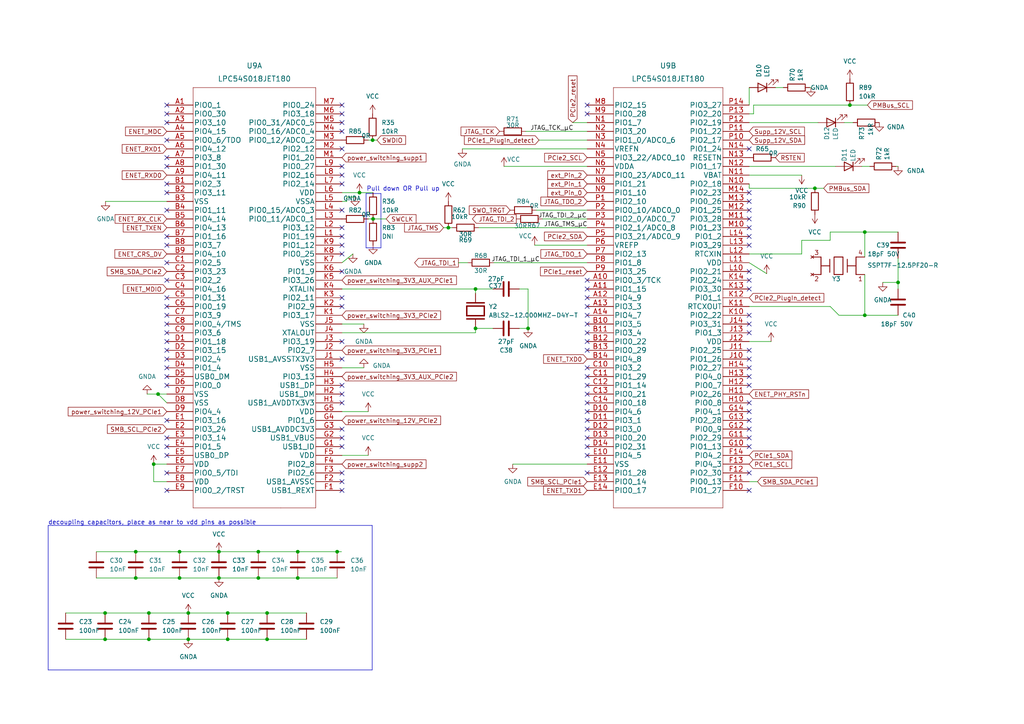
<source format=kicad_sch>
(kicad_sch (version 20230121) (generator eeschema)
  (paper "A4")
  (title_block (title "Micro Controller"))
  (junction (at 250.825 91.44))
  (junction (at 30.48 185.42))
  (junction (at 54.61 185.42))
  (junction (at 74.93 160.02))
  (junction (at 63.5 167.64))
  (junction (at 77.47 185.42))
  (junction (at 236.347 54.61))
  (junction (at 66.04 177.8))
  (junction (at 104.267 55.88))
  (junction (at 97.79 160.02))
  (junction (at 153.162 95.25))
  (junction (at 63.5 160.02))
  (junction (at 30.48 177.8))
  (junction (at 66.04 185.42))
  (junction (at 39.37 160.02))
  (junction (at 43.18 185.42))
  (junction (at 137.922 83.82))
  (junction (at 39.37 167.64))
  (junction (at 86.36 160.02))
  (junction (at 44.577 134.62))
  (junction (at 54.61 177.8))
  (junction (at 137.922 95.25))
  (junction (at 246.507 30.48))
  (junction (at 52.07 167.64))
  (junction (at 52.07 160.02))
  (junction (at 77.47 177.8))
  (junction (at 130.048 66.04))
  (junction (at 108.077 40.64))
  (junction (at 45.847 114.3))
  (junction (at 260.477 81.915))
  (junction (at 108.204 63.5))
  (junction (at 86.36 167.64))
  (junction (at 250.825 67.31))
  (junction (at 74.93 167.64))
  (junction (at 43.18 177.8))
  (no_connect (at 99.187 30.48))
  (no_connect (at 99.187 33.02))
  (no_connect (at 99.187 48.26))
  (no_connect (at 99.187 66.04))
  (no_connect (at 99.187 68.58))
  (no_connect (at 99.187 71.12))
  (no_connect (at 99.187 60.96))
  (no_connect (at 217.297 124.46))
  (no_connect (at 170.307 83.82))
  (no_connect (at 170.307 86.36))
  (no_connect (at 217.297 129.54))
  (no_connect (at 99.187 116.84))
  (no_connect (at 217.297 109.22))
  (no_connect (at 48.387 68.58))
  (no_connect (at 48.387 71.12))
  (no_connect (at 48.387 55.88))
  (no_connect (at 48.387 53.34))
  (no_connect (at 48.387 48.26))
  (no_connect (at 48.387 45.72))
  (no_connect (at 48.387 60.96))
  (no_connect (at 48.387 40.64))
  (no_connect (at 48.387 33.02))
  (no_connect (at 48.387 35.56))
  (no_connect (at 48.387 30.48))
  (no_connect (at 170.307 114.3))
  (no_connect (at 170.307 111.76))
  (no_connect (at 99.187 139.7))
  (no_connect (at 99.187 88.9))
  (no_connect (at 99.187 86.36))
  (no_connect (at 99.187 104.14))
  (no_connect (at 170.307 124.46))
  (no_connect (at 99.187 99.06))
  (no_connect (at 99.187 137.16))
  (no_connect (at 48.387 137.16))
  (no_connect (at 48.387 142.24))
  (no_connect (at 48.387 111.76))
  (no_connect (at 48.387 121.92))
  (no_connect (at 48.387 127))
  (no_connect (at 48.387 129.54))
  (no_connect (at 48.387 132.08))
  (no_connect (at 99.187 78.74))
  (no_connect (at 99.187 111.76))
  (no_connect (at 170.307 99.06))
  (no_connect (at 48.387 109.22))
  (no_connect (at 217.297 106.68))
  (no_connect (at 170.307 116.84))
  (no_connect (at 99.187 129.54))
  (no_connect (at 48.387 101.6))
  (no_connect (at 170.307 91.44))
  (no_connect (at 170.307 30.48))
  (no_connect (at 170.307 88.9))
  (no_connect (at 99.187 142.24))
  (no_connect (at 217.297 71.12))
  (no_connect (at 217.297 68.58))
  (no_connect (at 217.297 66.04))
  (no_connect (at 217.297 43.18))
  (no_connect (at 217.297 137.16))
  (no_connect (at 217.297 111.76))
  (no_connect (at 217.297 121.92))
  (no_connect (at 217.297 119.38))
  (no_connect (at 217.297 116.84))
  (no_connect (at 217.297 96.52))
  (no_connect (at 217.297 93.98))
  (no_connect (at 217.297 78.74))
  (no_connect (at 217.297 91.44))
  (no_connect (at 217.297 101.6))
  (no_connect (at 217.297 104.14))
  (no_connect (at 48.387 104.14))
  (no_connect (at 99.187 43.18))
  (no_connect (at 48.387 76.2))
  (no_connect (at 48.387 81.28))
  (no_connect (at 48.387 96.52))
  (no_connect (at 48.387 93.98))
  (no_connect (at 48.387 91.44))
  (no_connect (at 48.387 88.9))
  (no_connect (at 48.387 86.36))
  (no_connect (at 170.307 81.28))
  (no_connect (at 170.307 109.22))
  (no_connect (at 217.297 63.5))
  (no_connect (at 48.387 106.68))
  (no_connect (at 170.307 96.52))
  (no_connect (at 99.187 114.3))
  (no_connect (at 170.307 101.6))
  (no_connect (at 99.187 127))
  (no_connect (at 99.187 73.66))
  (no_connect (at 217.297 60.96))
  (no_connect (at 170.307 33.02))
  (no_connect (at 170.307 132.08))
  (no_connect (at 99.187 53.34))
  (no_connect (at 170.307 129.54))
  (no_connect (at 170.307 137.16))
  (no_connect (at 170.307 127))
  (no_connect (at 170.307 119.38))
  (no_connect (at 170.307 121.92))
  (no_connect (at 217.297 127))
  (no_connect (at 170.307 93.98))
  (no_connect (at 99.187 50.8))
  (no_connect (at 217.297 58.42))
  (no_connect (at 217.297 83.82))
  (no_connect (at 217.297 81.28))
  (no_connect (at 48.387 99.06))
  (no_connect (at 99.187 35.56))
  (no_connect (at 99.187 38.1))
  (no_connect (at 217.297 55.88))
  (no_connect (at 99.187 124.46))
  (no_connect (at 170.307 106.68))
  (no_connect (at 217.297 142.24))
  (wire (pts (xy 217.297 76.2) (xy 222.377 79.375)))
  (wire (pts (xy 153.162 83.82) (xy 150.622 83.82)))
  (wire (pts (xy 259.9182 48.26) (xy 260.477 48.26)))
  (wire (pts (xy 156.337 40.64) (xy 170.307 40.64)))
  (wire (pts (xy 63.5 167.64) (xy 74.93 167.64)))
  (wire (pts (xy 138.811 66.04) (xy 170.307 66.04)))
  (wire (pts (xy 217.297 48.26) (xy 242.3414 48.26)))
  (wire (pts (xy 52.07 160.02) (xy 63.5 160.02)))
  (wire (pts (xy 27.94 160.02) (xy 39.37 160.02)))
  (polyline (pts (xy 107.95 152.4) (xy 107.95 194.31)))
  (wire (pts (xy 30.48 185.42) (xy 43.18 185.42)))
  (wire (pts (xy 137.922 96.52) (xy 137.922 95.25)))
  (wire (pts (xy 240.8048 88.9) (xy 243.332 91.44)))
  (polyline (pts (xy 106.426 71.882) (xy 110.49 71.882)))
  (wire (pts (xy 77.47 185.42) (xy 88.9 185.42)))
  (wire (pts (xy 99.187 83.82) (xy 137.922 83.82)))
  (wire (pts (xy 128.651 66.04) (xy 130.048 66.04)))
  (wire (pts (xy 217.297 88.9) (xy 240.8048 88.9)))
  (wire (pts (xy 30.48 177.8) (xy 43.18 177.8)))
  (polyline (pts (xy 13.97 194.31) (xy 13.97 152.4)))
  (wire (pts (xy 30.607 58.42) (xy 48.387 58.42)))
  (wire (pts (xy 166.116 35.56) (xy 170.307 35.56)))
  (wire (pts (xy 143.256 76.2) (xy 170.307 76.2)))
  (wire (pts (xy 217.297 35.56) (xy 237.2614 35.56)))
  (wire (pts (xy 148.717 134.62) (xy 170.307 134.62)))
  (wire (pts (xy 106.807 40.64) (xy 108.077 40.64)))
  (wire (pts (xy 86.36 160.02) (xy 97.79 160.02)))
  (wire (pts (xy 217.297 25.4) (xy 217.297 30.48)))
  (polyline (pts (xy 107.95 194.31) (xy 13.97 194.31)))
  (polyline (pts (xy 110.49 56.134) (xy 106.172 56.134)))
  (wire (pts (xy 157.353 63.5) (xy 170.307 63.5)))
  (wire (pts (xy 250.825 67.31) (xy 260.477 67.31)))
  (wire (pts (xy 217.297 99.06) (xy 223.647 99.06)))
  (wire (pts (xy 27.94 167.64) (xy 39.37 167.64)))
  (wire (pts (xy 19.05 185.42) (xy 30.48 185.42)))
  (wire (pts (xy 99.187 96.52) (xy 137.922 96.52)))
  (wire (pts (xy 48.387 139.7) (xy 44.577 139.7)))
  (wire (pts (xy 217.297 54.61) (xy 217.297 53.34)))
  (wire (pts (xy 234.823 25.4) (xy 235.204 25.4)))
  (wire (pts (xy 260.477 74.93) (xy 260.477 81.915)))
  (wire (pts (xy 134.112 43.18) (xy 170.307 43.18)))
  (wire (pts (xy 74.93 160.02) (xy 86.36 160.02)))
  (wire (pts (xy 43.18 177.8) (xy 54.61 177.8)))
  (wire (pts (xy 232.537 73.66) (xy 232.537 69.7037)))
  (wire (pts (xy 250.825 91.44) (xy 243.332 91.44)))
  (polyline (pts (xy 15.24 152.4) (xy 107.95 152.4)))
  (wire (pts (xy 130.048 66.04) (xy 131.191 66.04)))
  (wire (pts (xy 244.8814 35.56) (xy 247.4214 35.56)))
  (wire (pts (xy 170.307 38.1) (xy 152.527 38.1)))
  (wire (pts (xy 43.18 185.42) (xy 54.61 185.42)))
  (wire (pts (xy 170.307 71.12) (xy 155.067 71.12)))
  (wire (pts (xy 249.9614 48.26) (xy 252.2982 48.26)))
  (wire (pts (xy 48.387 114.3) (xy 45.847 114.3)))
  (wire (pts (xy 99.187 76.2) (xy 102.362 73.66)))
  (wire (pts (xy 106.807 63.5) (xy 108.204 63.5)))
  (wire (pts (xy 42.672 114.3) (xy 45.847 114.3)))
  (wire (pts (xy 99.187 58.42) (xy 100.584 58.42)))
  (polyline (pts (xy 106.172 71.882) (xy 106.426 71.882)))
  (wire (pts (xy 99.187 93.98) (xy 105.537 93.98)))
  (wire (pts (xy 150.622 95.25) (xy 153.162 95.25)))
  (wire (pts (xy 97.79 160.02) (xy 99.06 160.02)))
  (wire (pts (xy 217.297 50.8) (xy 232.537 50.8)))
  (wire (pts (xy 66.04 177.8) (xy 77.47 177.8)))
  (wire (pts (xy 236.347 54.61) (xy 217.297 54.61)))
  (wire (pts (xy 260.477 81.915) (xy 260.477 83.82)))
  (wire (pts (xy 99.187 106.68) (xy 105.537 106.68)))
  (wire (pts (xy 74.93 167.64) (xy 86.36 167.64)))
  (wire (pts (xy 108.204 55.88) (xy 104.267 55.88)))
  (wire (pts (xy 224.917 25.4) (xy 227.203 25.4)))
  (wire (pts (xy 251.587 30.48) (xy 246.507 30.48)))
  (wire (pts (xy 77.47 177.8) (xy 88.9 177.8)))
  (wire (pts (xy 44.577 134.62) (xy 48.387 134.62)))
  (wire (pts (xy 99.187 119.38) (xy 106.807 119.38)))
  (wire (pts (xy 240.792 67.31) (xy 250.825 67.31)))
  (wire (pts (xy 232.537 69.7037) (xy 240.792 69.7037)))
  (wire (pts (xy 218.567 33.02) (xy 217.297 33.02)))
  (wire (pts (xy 108.204 63.5) (xy 112.014 63.5)))
  (wire (pts (xy 63.5 160.02) (xy 74.93 160.02)))
  (wire (pts (xy 19.05 177.8) (xy 30.48 177.8)))
  (wire (pts (xy 218.567 30.48) (xy 218.567 33.02)))
  (wire (pts (xy 232.537 50.8) (xy 232.537 50.8254)))
  (wire (pts (xy 100.584 57.15) (xy 102.997 57.15)))
  (wire (pts (xy 45.847 114.3) (xy 48.387 116.84)))
  (wire (pts (xy 54.61 185.42) (xy 66.04 185.42)))
  (wire (pts (xy 44.577 139.7) (xy 44.577 134.62)))
  (wire (pts (xy 155.575 60.96) (xy 170.307 60.96)))
  (wire (pts (xy 39.37 160.02) (xy 52.07 160.02)))
  (wire (pts (xy 153.162 95.25) (xy 153.162 83.82)))
  (wire (pts (xy 219.71 139.7) (xy 217.297 139.7)))
  (wire (pts (xy 54.61 177.8) (xy 66.04 177.8)))
  (wire (pts (xy 108.077 40.64) (xy 109.347 40.64)))
  (wire (pts (xy 99.187 55.88) (xy 104.267 55.88)))
  (wire (pts (xy 240.792 67.31) (xy 240.792 69.7037)))
  (wire (pts (xy 246.507 30.48) (xy 218.567 30.48)))
  (polyline (pts (xy 13.97 152.4) (xy 15.24 152.4)))
  (wire (pts (xy 137.922 95.25) (xy 143.002 95.25)))
  (wire (pts (xy 52.07 167.64) (xy 63.5 167.64)))
  (wire (pts (xy 250.825 79.629) (xy 250.825 91.44)))
  (wire (pts (xy 256.032 81.915) (xy 260.477 81.915)))
  (wire (pts (xy 99.187 132.08) (xy 106.807 132.08)))
  (wire (pts (xy 217.297 73.66) (xy 232.537 73.66)))
  (wire (pts (xy 238.887 54.61) (xy 236.347 54.61)))
  (wire (pts (xy 66.04 185.42) (xy 77.47 185.42)))
  (polyline (pts (xy 110.49 71.882) (xy 110.49 56.134)))
  (wire (pts (xy 100.584 58.42) (xy 100.584 57.15)))
  (wire (pts (xy 250.825 67.31) (xy 250.825 74.549)))
  (wire (pts (xy 86.36 167.64) (xy 97.79 167.64)))
  (wire (pts (xy 39.37 167.64) (xy 52.07 167.64)))
  (polyline (pts (xy 106.172 56.134) (xy 106.172 71.882)))
  (wire (pts (xy 132.969 76.2) (xy 135.636 76.2)))
  (wire (pts (xy 260.477 91.44) (xy 250.825 91.44)))
  (wire (pts (xy 137.922 83.82) (xy 143.002 83.82)))
  (wire (pts (xy 146.177 48.26) (xy 170.307 48.26)))
  (wire (pts (xy 137.922 83.82) (xy 137.922 85.09)))
  (text_box "Dfifferences:\nµC	without 4M	with 4M			PCB\n    -------    ----------		-------	\nA4: PIO4_14 -- VDD				ENET_MDC\nC4: PIO4_16 -- Flash_enable		ENET_MDIO\nM7: PIO0_24 -- NC				NC\nL9: PIO0_27 -- NC				NC\nK8: PIO0_25 -- NC				NC\nM9:	PIO0_28 -- NC				NC\nN7: PIO0_23 -- Flash_Enable		ext_Pin_2\nM13:PIO0_26 --NC 				NC\n" (at 322.58 27.94 0) (size 185.42 72.39) (effects (font (size 3.27 3.27)) (justify left top)))
  (text "Pull down OR Pull up" (at 106.299 55.626 0) (effects (font (size 1.27 1.27)) (justify left bottom)))
  (text "decoupling capacitors, place as near to vdd pins as possible" (at 13.97 152.4 0) (effects (font (size 1.27 1.27)) (justify left bottom)))
  (label "JTAG_TMS_µC" (at 157.734 66.04 0))
  (label "JTAG_TCK_µC" (at 153.797 38.1 0))
  (label "JTAG_TDI_2_µC" (at 170.18 63.5 180))
  (label "JTAG_TDI_1_µC" (at 156.591 76.2 180))
  (global_label "PCIe2_PlugIn_detect" (shape input) (at 217.297 86.36 0) (property "Intersheetrefs" "${INTERSHEET_REFS}" (effects hide)))
  (global_label "power_switching_3V3_AUX_PCIe2" (shape input) (at 99.187 109.22 0) (property "Intersheetrefs" "${INTERSHEET_REFS}" (effects hide)))
  (global_label "PCIe2_SCL" (shape input) (at 170.307 45.72 180) (property "Intersheetrefs" "${INTERSHEET_REFS}" (effects hide)))
  (global_label "PCIe2_reset" (shape input) (at 166.116 35.56 90) (property "Intersheetrefs" "${INTERSHEET_REFS}" (effects hide)))
  (global_label "Supp_12V_SCL" (shape input) (at 217.297 38.1 0) (property "Intersheetrefs" "${INTERSHEET_REFS}" (effects hide)))
  (global_label "JTAG_TDO_1" (shape input) (at 170.307 73.66 180) (property "Intersheetrefs" "${INTERSHEET_REFS}" (effects hide)))
  (global_label "power_switching_3V3_PCIe1" (shape input) (at 99.187 101.6 0) (property "Intersheetrefs" "${INTERSHEET_REFS}" (effects hide)))
  (global_label "JTAG_TDI_1" (shape output) (at 132.969 76.2 180) (property "Intersheetrefs" "${INTERSHEET_REFS}" (effects hide)))
  (global_label "PCIe1_reset" (shape input) (at 170.307 78.74 180) (property "Intersheetrefs" "${INTERSHEET_REFS}" (effects hide)))
  (global_label "PCIe1_SCL" (shape input) (at 217.297 134.62 0) (property "Intersheetrefs" "${INTERSHEET_REFS}" (effects hide)))
  (global_label "ext_Pin_2" (shape input) (at 170.307 50.8 180) (property "Intersheetrefs" "${INTERSHEET_REFS}" (effects hide)))
  (global_label "power_switching_3V3_PCIe2" (shape input) (at 99.187 91.44 0) (property "Intersheetrefs" "${INTERSHEET_REFS}" (effects hide)))
  (global_label "Supp_12V_SDA" (shape input) (at 217.297 40.64 0) (property "Intersheetrefs" "${INTERSHEET_REFS}" (effects hide)))
  (global_label "power_switching_3V3_AUX_PCIe1" (shape input) (at 99.187 81.28 0) (property "Intersheetrefs" "${INTERSHEET_REFS}" (effects hide)))
  (global_label "SMB_SDA_PCIe1" (shape input) (at 219.71 139.7 0) (property "Intersheetrefs" "${INTERSHEET_REFS}" (effects hide)))
  (global_label "power_switching_12V_PCIe2" (shape input) (at 99.187 121.92 0) (property "Intersheetrefs" "${INTERSHEET_REFS}" (effects hide)))
  (global_label "ENET_TXEN" (shape input) (at 48.387 66.04 180) (property "Intersheetrefs" "${INTERSHEET_REFS}" (effects hide)))
  (global_label "RSTEN" (shape input) (at 224.917 45.72 0) (property "Intersheetrefs" "${INTERSHEET_REFS}" (effects hide)))
  (global_label "power_switching_supp2" (shape input) (at 99.187 134.62 0) (property "Intersheetrefs" "${INTERSHEET_REFS}" (effects hide)))
  (global_label "PMBus_SCL" (shape input) (at 251.587 30.48 0) (property "Intersheetrefs" "${INTERSHEET_REFS}" (effects hide)))
  (global_label "JTAG_TDI_2" (shape output) (at 149.733 63.5 180) (property "Intersheetrefs" "${INTERSHEET_REFS}" (effects hide)))
  (global_label "ENET_MDIO" (shape input) (at 48.387 83.82 180) (property "Intersheetrefs" "${INTERSHEET_REFS}" (effects hide)))
  (global_label "ENET_RXD0" (shape input) (at 48.387 50.8 180) (property "Intersheetrefs" "${INTERSHEET_REFS}" (effects hide)))
  (global_label "ENET_CRS_DV" (shape input) (at 48.387 73.66 180) (property "Intersheetrefs" "${INTERSHEET_REFS}" (effects hide)))
  (global_label "ENET_RXD1" (shape input) (at 48.387 43.18 180) (property "Intersheetrefs" "${INTERSHEET_REFS}" (effects hide)))
  (global_label "SMB_SCL_PCIe2" (shape input) (at 48.387 124.46 180) (property "Intersheetrefs" "${INTERSHEET_REFS}" (effects hide)))
  (global_label "ENET_RX_CLK" (shape input) (at 48.387 63.5 180) (property "Intersheetrefs" "${INTERSHEET_REFS}" (effects hide)))
  (global_label "ext_Pin_1" (shape input) (at 170.307 53.34 180) (property "Intersheetrefs" "${INTERSHEET_REFS}" (effects hide)))
  (global_label "ENET_MDC" (shape input) (at 48.387 38.1 180) (property "Intersheetrefs" "${INTERSHEET_REFS}" (effects hide)))
  (global_label "ENET_TXD0" (shape input) (at 170.307 104.14 180) (property "Intersheetrefs" "${INTERSHEET_REFS}" (effects hide)))
  (global_label "JTAG_TMS" (shape input) (at 128.651 66.04 180) (property "Intersheetrefs" "${INTERSHEET_REFS}" (effects hide)))
  (global_label "SWCLK" (shape input) (at 112.014 63.5 0) (property "Intersheetrefs" "${INTERSHEET_REFS}" (effects hide)))
  (global_label "power_switching_supp1" (shape input) (at 99.187 45.72 0) (property "Intersheetrefs" "${INTERSHEET_REFS}" (effects hide)))
  (global_label "ext_Pin_0" (shape input) (at 170.307 55.88 180) (property "Intersheetrefs" "${INTERSHEET_REFS}" (effects hide)))
  (global_label "PCIe1_PlugIn_detect" (shape input) (at 156.337 40.64 180) (property "Intersheetrefs" "${INTERSHEET_REFS}" (effects hide)))
  (global_label "ENET_TXD1" (shape input) (at 170.307 142.24 180) (property "Intersheetrefs" "${INTERSHEET_REFS}" (effects hide)))
  (global_label "PMBus_SDA" (shape input) (at 238.887 54.61 0) (property "Intersheetrefs" "${INTERSHEET_REFS}" (effects hide)))
  (global_label "JTAG_TCK" (shape input) (at 144.907 38.1 180) (property "Intersheetrefs" "${INTERSHEET_REFS}" (effects hide)))
  (global_label "PCIe1_SDA" (shape input) (at 217.297 132.08 0) (property "Intersheetrefs" "${INTERSHEET_REFS}" (effects hide)))
  (global_label "SMB_SDA_PCIe2" (shape input) (at 48.387 78.74 180) (property "Intersheetrefs" "${INTERSHEET_REFS}" (effects hide)))
  (global_label "ENET_PHY_RSTn" (shape input) (at 217.297 114.3 0) (property "Intersheetrefs" "${INTERSHEET_REFS}" (effects hide)))
  (global_label "SWDIO" (shape input) (at 109.347 40.64 0) (property "Intersheetrefs" "${INTERSHEET_REFS}" (effects hide)))
  (global_label "power_switching_12V_PCIe1" (shape input) (at 48.387 119.38 180) (property "Intersheetrefs" "${INTERSHEET_REFS}" (effects hide)))
  (global_label "SMB_SCL_PCIe1" (shape input) (at 170.307 139.7 180) (property "Intersheetrefs" "${INTERSHEET_REFS}" (effects hide)))
  (global_label "JTAG_TDO_2" (shape input) (at 170.307 58.42 180) (property "Intersheetrefs" "${INTERSHEET_REFS}" (effects hide)))
  (global_label "PCIe2_SDA" (shape input) (at 170.307 68.58 180) (property "Intersheetrefs" "${INTERSHEET_REFS}" (effects hide)))
  (global_label "SWO_TRGT" (shape input) (at 147.955 60.96 180) (property "Intersheetrefs" "${INTERSHEET_REFS}" (effects hide)))
  (symbol (lib_name "LPC54S018JET180_1") (lib_id "LPC540S18JET180:LPC54S018JET180") (at 170.307 30.48 0) (unit 2)
    (property "Reference" "U9" (at 193.802 19.05 0) (effects (font (size 1.524 1.524))))
    (property "Value" "LPC54S018JET180" (at 193.802 22.86 0) (effects (font (size 1.524 1.524))))
    (property "Footprint" "LPC540S:LPC54S018JET180" (effects hide))
  )
  (symbol (lib_id "power:GNDA") (at 63.5 167.64 0) (unit 1)
    (property "Reference" "#PWR0207" (effects hide))
    (property "Value" "GNDA" (at 63.5 172.72 0))
  )
  (symbol (lib_id "power:GNDA") (at 54.61 185.42 0) (unit 1)
    (property "Reference" "#PWR0198" (effects hide))
    (property "Value" "GNDA" (at 54.61 190.5 0))
  )
  (symbol (lib_id "Device:R") (at 221.107 45.72 90) (unit 1)
    (property "Reference" "R65" (at 221.107 43.18 90))
    (property "Value" "0R" (at 224.282 44.45 90))
    (property "Footprint" "Resistor_SMD:R_0402_1005Metric" (effects hide))
  )
  (symbol (lib_id "Device:R") (at 148.717 38.1 270) (unit 1)
    (property "Reference" "R71" (at 148.717 34.544 90))
    (property "Value" "30R" (at 148.717 36.322 90))
    (property "Footprint" "Resistor_SMD:R_0402_1005Metric" (effects hide))
  )
  (symbol (lib_id "Device:R") (at 153.543 63.5 270) (unit 1)
    (property "Reference" "R67" (at 154.813 65.405 90))
    (property "Value" "30R" (at 151.003 65.532 90))
    (property "Footprint" "Resistor_SMD:R_0402_1005Metric" (effects hide))
  )
  (symbol (lib_id "power:VCC") (at 232.537 50.8254 180) (unit 1)
    (property "Reference" "#PWR0202" (effects hide))
    (property "Value" "VCC" (at 232.537 55.2704 0))
  )
  (symbol (lib_id "power:VCC") (at 54.61 177.8 0) (unit 1)
    (property "Reference" "#PWR0196" (effects hide))
    (property "Value" "VCC" (at 54.61 172.72 0))
  )
  (symbol (lib_id "power:GNDA") (at 260.477 48.26 0) (unit 1)
    (property "Reference" "#PWR0238" (effects hide))
    (property "Value" "GNDA" (at 263.017 49.5299 0) (effects (justify left)))
  )
  (symbol (lib_id "Device:C") (at 19.05 181.61 0) (unit 1)
    (property "Reference" "C23" (at 22.86 180.3399 0) (effects (justify left)))
    (property "Value" "100nF" (at 22.86 182.8799 0) (effects (justify left)))
    (property "Footprint" "Resistor_SMD:R_0402_1005Metric" (effects hide))
  )
  (symbol (lib_id "power:VCC") (at 106.807 119.38 0) (unit 1)
    (property "Reference" "#PWR0188" (effects hide))
    (property "Value" "VCC" (at 106.807 114.3 0))
  )
  (symbol (lib_id "Device:C") (at 146.812 83.82 90) (unit 1)
    (property "Reference" "C37" (at 143.637 82.931 90))
    (property "Value" "27pF" (at 143.891 80.899 90))
    (property "Footprint" "Resistor_SMD:R_0402_1005Metric" (effects hide))
  )
  (symbol (lib_id "Device:C") (at 74.93 163.83 0) (unit 1)
    (property "Reference" "C34" (at 78.74 162.5599 0) (effects (justify left)))
    (property "Value" "10nF" (at 78.74 165.0999 0) (effects (justify left)))
    (property "Footprint" "Resistor_SMD:R_0402_1005Metric" (effects hide))
  )
  (symbol (lib_id "power:VCC") (at 222.377 79.375 0) (unit 1)
    (property "Reference" "#PWR0190" (effects hide))
    (property "Value" "VCC" (at 222.377 74.295 0))
  )
  (symbol (lib_id "power:GNDA") (at 134.112 43.18 0) (unit 1)
    (property "Reference" "#PWR0201" (effects hide))
    (property "Value" "GNDA" (at 134.112 47.625 0))
  )
  (symbol (lib_id "Device:C") (at 77.47 181.61 0) (unit 1)
    (property "Reference" "C28" (at 81.28 180.3399 0) (effects (justify left)))
    (property "Value" "100nF" (at 81.28 182.8799 0) (effects (justify left)))
    (property "Footprint" "Resistor_SMD:R_0402_1005Metric" (effects hide))
  )
  (symbol (lib_id "Device:C") (at 43.18 181.61 0) (unit 1)
    (property "Reference" "C25" (at 46.99 180.3399 0) (effects (justify left)))
    (property "Value" "100nF" (at 46.99 182.8799 0) (effects (justify left)))
    (property "Footprint" "Resistor_SMD:R_0402_1005Metric" (effects hide))
  )
  (symbol (lib_id "Device:LED") (at 241.0714 35.56 180) (unit 1)
    (property "Reference" "D12" (at 239.8014 40.64 90) (effects (justify right)))
    (property "Value" "LED" (at 242.3414 40.64 90) (effects (justify right)))
    (property "Footprint" "LED_SMD:LED_0805_2012Metric" (effects hide))
  )
  (symbol (lib_id "power:GNDA") (at 105.537 93.98 0) (unit 1)
    (property "Reference" "#PWR0186" (effects hide))
    (property "Value" "GNDA" (at 105.537 99.06 0))
  )
  (symbol (lib_id "power:GNDA") (at 235.204 25.4 0) (unit 1)
    (property "Reference" "#PWR0236" (effects hide))
    (property "Value" "GNDA" (at 235.077 25.4 0) (effects (justify left)))
  )
  (symbol (lib_id "power:GNDA") (at 105.537 106.68 180) (unit 1)
    (property "Reference" "#PWR0185" (effects hide))
    (property "Value" "GNDA" (at 108.077 106.045 0) (effects (justify right)))
  )
  (symbol (lib_id "Device:C") (at 86.36 163.83 0) (unit 1)
    (property "Reference" "C35" (at 90.17 162.5599 0) (effects (justify left)))
    (property "Value" "10nF" (at 90.17 165.0999 0) (effects (justify left)))
    (property "Footprint" "Resistor_SMD:R_0402_1005Metric" (effects hide))
  )
  (symbol (lib_id "power:GNDA") (at 108.204 71.12 0) (unit 1)
    (property "Reference" "#PWR0106" (effects hide))
    (property "Value" "GNDA" (at 108.204 76.2 0))
  )
  (symbol (lib_id "power:VCC") (at 223.647 99.06 0) (unit 1)
    (property "Reference" "#PWR0191" (effects hide))
    (property "Value" "VCC" (at 223.647 93.98 0))
  )
  (symbol (lib_id "Device:LED") (at 221.107 25.4 180) (unit 1)
    (property "Reference" "D10" (at 220.1164 22.4282 90) (effects (justify right)))
    (property "Value" "LED" (at 222.4278 22.4282 90) (effects (justify right)))
    (property "Footprint" "LED_SMD:LED_0805_2012Metric" (effects hide))
  )
  (symbol (lib_id "power:VCC") (at 106.807 132.08 0) (unit 1)
    (property "Reference" "#PWR0189" (effects hide))
    (property "Value" "VCC" (at 106.807 127 0))
  )
  (symbol (lib_id "power:GNDA") (at 148.717 134.62 0) (unit 1)
    (property "Reference" "#PWR0187" (effects hide))
    (property "Value" "GNDA" (at 148.717 139.7 0))
  )
  (symbol (lib_id "power:GNDA") (at 42.672 114.3 180) (unit 1)
    (property "Reference" "#PWR0192" (effects hide))
    (property "Value" "GNDA" (at 42.672 109.22 0))
  )
  (symbol (lib_id "power:GNDA") (at 102.362 73.66 0) (unit 1)
    (property "Reference" "#PWR0194" (effects hide))
    (property "Value" "GNDA" (at 102.362 78.74 0))
  )
  (symbol (lib_id "Device:C") (at 52.07 163.83 0) (unit 1)
    (property "Reference" "C32" (at 55.88 162.5599 0) (effects (justify left)))
    (property "Value" "10nF" (at 55.88 165.0999 0) (effects (justify left)))
    (property "Footprint" "Resistor_SMD:R_0402_1005Metric" (effects hide))
  )
  (symbol (lib_id "Device:C") (at 54.61 181.61 0) (unit 1)
    (property "Reference" "C26" (at 58.42 180.3399 0) (effects (justify left)))
    (property "Value" "100nF" (at 58.42 182.8799 0) (effects (justify left)))
    (property "Footprint" "Resistor_SMD:R_0402_1005Metric" (effects hide))
  )
  (symbol (lib_id "Device:C") (at 260.477 87.63 0) (unit 1)
    (property "Reference" "C40" (at 261.747 91.44 0) (effects (justify left)))
    (property "Value" "18pF 50V" (at 255.397 93.98 0) (effects (justify left)))
    (property "Footprint" "Resistor_SMD:R_0402_1005Metric" (effects hide))
  )
  (symbol (lib_id "power:GNDA") (at 30.607 58.42 0) (unit 1)
    (property "Reference" "#PWR0193" (effects hide))
    (property "Value" "GNDA" (at 30.607 63.5 0))
  )
  (symbol (lib_id "2022-12-15_14-37-59:ABS13-32.768KHZ-T") (at 250.825 79.629 180) (unit 1)
    (property "Reference" "Y3" (at 241.3 80.8991 0) (effects (justify right)))
    (property "Value" "SSPT7F-12.5PF20-R   " (at 275.082 76.962 0) (effects (justify left)))
    (property "Footprint" "ABS13-32:XTAL_ABS13-32.768KHZ-T" (effects hide))
    (property "MANUFACTURER" "Abracon" (effects hide))
    (property "PARTREV" "09.30.2019" (effects hide))
    (property "MAXIMUM_PACKAGE_HEIGHT" "1.5 mm" (effects hide))
    (property "STANDARD" "Manufacturer Recommendations" (effects hide))
  )
  (symbol (lib_id "Device:C") (at 39.37 163.83 0) (unit 1)
    (property "Reference" "C31" (at 43.18 162.5599 0) (effects (justify left)))
    (property "Value" "10nF" (at 43.18 165.0999 0) (effects (justify left)))
    (property "Footprint" "Resistor_SMD:R_0402_1005Metric" (effects hide))
  )
  (symbol (lib_id "power:GNDA") (at 255.0414 35.56 0) (unit 1)
    (property "Reference" "#PWR0237" (effects hide))
    (property "Value" "GNDA" (at 257.2004 36.8299 0) (effects (justify left)))
  )
  (symbol (lib_id "power:GNDA") (at 102.997 57.15 0) (unit 1)
    (property "Reference" "#PWR0239" (effects hide))
    (property "Value" "GNDA" (at 102.108 57.531 0))
  )
  (symbol (lib_id "power:GNDA") (at 256.032 81.915 0) (unit 1)
    (property "Reference" "#PWR0228" (effects hide))
    (property "Value" "GNDA" (at 256.032 86.995 0))
  )
  (symbol (lib_id "power:VCC") (at 155.067 71.12 0) (unit 1)
    (property "Reference" "#PWR0203" (effects hide))
    (property "Value" "VCC" (at 152.4 68.453 0))
  )
  (symbol (lib_id "power:VCC") (at 44.577 134.62 0) (unit 1)
    (property "Reference" "#PWR0197" (effects hide))
    (property "Value" "VCC" (at 44.577 129.54 0))
  )
  (symbol (lib_id "Device:R") (at 231.013 25.4 90) (unit 1)
    (property "Reference" "R70" (at 229.8446 23.622 0) (effects (justify left)))
    (property "Value" "1kR" (at 232.156 23.622 0) (effects (justify left)))
    (property "Footprint" "Resistor_SMD:R_0402_1005Metric" (effects hide))
  )
  (symbol (lib_id "Device:LED") (at 246.1514 48.26 180) (unit 1)
    (property "Reference" "D11" (at 244.8814 46.863 90) (effects (justify right)))
    (property "Value" "LED" (at 247.4214 46.863 90) (effects (justify right)))
    (property "Footprint" "LED_SMD:LED_0805_2012Metric" (effects hide))
  )
  (symbol (lib_id "Device:R") (at 102.997 40.64 90) (unit 1)
    (property "Reference" "R85" (at 102.997 38.1 90))
    (property "Value" "0R" (at 106.172 39.37 90))
    (property "Footprint" "Resistor_SMD:R_0402_1005Metric" (effects hide))
  )
  (symbol (lib_id "ABLS2-12.000MHZ-D4Y-T:ABLS2-12.000MHZ-D4Y-T") (at 137.922 90.17 90) (unit 1)
    (property "Reference" "Y2" (at 141.732 88.8999 90) (effects (justify right)))
    (property "Value" "ABLS2-12.000MHZ-D4Y-T" (at 141.732 91.4399 90) (effects (justify right)))
    (property "Footprint" "ABLS2-12:XTAL_ABLS2-12.000MHZ-D4Y-T" (effects hide))
    (property "PARTREV" "11.15.2016" (effects hide))
    (property "MAXIMUM_PACKAGE_HEIGHT" "3.3 mm" (effects hide))
    (property "STANDARD" "Manufacturer Recommendations" (effects hide))
    (property "MANUFACTURER" "Abracon" (effects hide))
  )
  (symbol (lib_id "Device:R") (at 139.446 76.2 270) (unit 1)
    (property "Reference" "R68" (at 139.446 74.168 90))
    (property "Value" "30R" (at 139.446 78.486 90))
    (property "Footprint" "Resistor_SMD:R_0402_1005Metric" (effects hide))
  )
  (symbol (lib_id "Device:R") (at 135.001 66.04 270) (unit 1)
    (property "Reference" "R69" (at 135.001 69.596 90))
    (property "Value" "30R" (at 135.001 67.945 90))
    (property "Footprint" "Resistor_SMD:R_0402_1005Metric" (effects hide))
  )
  (symbol (lib_id "Device:R") (at 108.077 36.83 0) (unit 1)
    (property "Reference" "R35" (at 110.617 35.5599 0) (effects (justify left)))
    (property "Value" "10kR" (at 110.617 38.0999 0) (effects (justify left)))
    (property "Footprint" "Resistor_SMD:R_0402_1005Metric" (effects hide))
  )
  (symbol (lib_id "power:VCC") (at 63.5 160.02 0) (unit 1)
    (property "Reference" "#PWR0206" (effects hide))
    (property "Value" "VCC" (at 63.5 154.94 0))
  )
  (symbol (lib_id "Device:C") (at 97.79 163.83 0) (unit 1)
    (property "Reference" "C36" (at 101.6 162.5599 0) (effects (justify left)))
    (property "Value" "10nF" (at 101.6 165.0999 0) (effects (justify left)))
    (property "Footprint" "Resistor_SMD:R_0402_1005Metric" (effects hide))
  )
  (symbol (lib_id "Device:R") (at 236.347 58.42 180) (unit 1)
    (property "Reference" "R90" (at 233.807 59.6901 0) (effects (justify left)))
    (property "Value" "10kR" (at 233.807 57.1501 0) (effects (justify left)))
    (property "Footprint" "Resistor_SMD:R_0402_1005Metric" (effects hide))
  )
  (symbol (lib_id "Device:C") (at 88.9 181.61 0) (unit 1)
    (property "Reference" "C29" (at 92.71 180.3399 0) (effects (justify left)))
    (property "Value" "100nF" (at 92.71 182.8799 0) (effects (justify left)))
    (property "Footprint" "Resistor_SMD:R_0402_1005Metric" (effects hide))
  )
  (symbol (lib_id "Device:R") (at 130.048 62.23 180) (unit 1)
    (property "Reference" "R62" (at 135.128 60.96 0) (effects (justify left)))
    (property "Value" "10kR" (at 135.763 62.865 0) (effects (justify left)))
    (property "Footprint" "Resistor_SMD:R_0402_1005Metric" (effects hide))
  )
  (symbol (lib_id "Device:C") (at 260.477 71.12 0) (unit 1)
    (property "Reference" "C39" (at 254.127 71.12 0) (effects (justify left)))
    (property "Value" "18pF 50V" (at 251.587 73.66 0) (effects (justify left)))
    (property "Footprint" "Resistor_SMD:R_0402_1005Metric" (effects hide))
  )
  (symbol (lib_id "Device:R") (at 108.204 59.69 0) (unit 1)
    (property "Reference" "R36" (at 110.744 58.4199 0) (effects (justify left)))
    (property "Value" "10kR" (at 110.744 60.9599 0) (effects (justify left)))
    (property "Footprint" "Resistor_SMD:R_0402_1005Metric" (effects hide))
  )
  (symbol (lib_id "LPC540S18JET180:LPC54S018JET180") (at 48.387 30.48 0) (unit 1)
    (property "Reference" "U9" (at 73.787 19.05 0) (effects (font (size 1.524 1.524))))
    (property "Value" "LPC54S018JET180" (at 73.787 22.86 0) (effects (font (size 1.524 1.524))))
    (property "Footprint" "LPC540S:LPC54S018JET180" (effects hide))
  )
  (symbol (lib_id "power:VCC") (at 130.048 58.42 0) (unit 1)
    (property "Reference" "#PWR0235" (effects hide))
    (property "Value" "VCC" (at 130.048 53.34 0))
  )
  (symbol (lib_id "Device:C") (at 27.94 163.83 0) (unit 1)
    (property "Reference" "C30" (at 31.75 162.5599 0) (effects (justify left)))
    (property "Value" "10nF" (at 31.75 165.0999 0) (effects (justify left)))
    (property "Footprint" "Resistor_SMD:R_0402_1005Metric" (effects hide))
  )
  (symbol (lib_id "power:VCC") (at 108.077 33.02 0) (unit 1)
    (property "Reference" "#PWR0205" (effects hide))
    (property "Value" "VCC" (at 108.077 27.94 0))
  )
  (symbol (lib_id "Device:C") (at 30.48 181.61 0) (unit 1)
    (property "Reference" "C24" (at 34.29 180.3399 0) (effects (justify left)))
    (property "Value" "100nF" (at 34.29 182.8799 0) (effects (justify left)))
    (property "Footprint" "Resistor_SMD:R_0402_1005Metric" (effects hide))
  )
  (symbol (lib_id "Device:R") (at 102.997 63.5 90) (unit 1)
    (property "Reference" "R82" (at 102.997 60.96 90))
    (property "Value" "0R" (at 106.172 62.23 90))
    (property "Footprint" "Resistor_SMD:R_0402_1005Metric" (effects hide))
  )
  (symbol (lib_id "Device:R") (at 256.1082 48.26 90) (unit 1)
    (property "Reference" "R72" (at 254.9398 46.482 0) (effects (justify left)))
    (property "Value" "1kR" (at 257.2512 46.482 0) (effects (justify left)))
    (property "Footprint" "Resistor_SMD:R_0402_1005Metric" (effects hide))
  )
  (symbol (lib_id "Device:R") (at 246.507 26.67 0) (unit 1)
    (property "Reference" "R89" (at 249.047 25.3999 0) (effects (justify left)))
    (property "Value" "10kR" (at 249.047 27.9399 0) (effects (justify left)))
    (property "Footprint" "Resistor_SMD:R_0402_1005Metric" (effects hide))
  )
  (symbol (lib_id "Device:C") (at 66.04 181.61 0) (unit 1)
    (property "Reference" "C27" (at 69.85 180.3399 0) (effects (justify left)))
    (property "Value" "100nF" (at 69.85 182.8799 0) (effects (justify left)))
    (property "Footprint" "Resistor_SMD:R_0402_1005Metric" (effects hide))
  )
  (symbol (lib_id "power:VCC") (at 104.267 55.88 0) (unit 1)
    (property "Reference" "#PWR0195" (effects hide))
    (property "Value" "VCC" (at 104.267 50.8 0))
  )
  (symbol (lib_id "Device:R") (at 108.204 67.31 0) (unit 1)
    (property "Reference" "R83" (at 110.744 66.0399 0) (effects (justify left)))
    (property "Value" "DNI" (at 110.744 68.5799 0) (effects (justify left)))
    (property "Footprint" "Resistor_SMD:R_0402_1005Metric" (effects hide))
  )
  (symbol (lib_id "Device:C") (at 146.812 95.25 90) (unit 1)
    (property "Reference" "C38" (at 146.812 101.6 90))
    (property "Value" "27pF" (at 146.812 99.06 90))
    (property "Footprint" "Resistor_SMD:R_0402_1005Metric" (effects hide))
  )
  (symbol (lib_id "power:VCC") (at 146.177 48.26 0) (unit 1)
    (property "Reference" "#PWR0204" (effects hide))
    (property "Value" "VCC" (at 148.971 46.228 0))
  )
  (symbol (lib_id "power:VCC") (at 236.347 62.23 180) (unit 1)
    (property "Reference" "#PWR02" (effects hide))
    (property "Value" "VCC" (at 236.347 67.31 0))
  )
  (symbol (lib_id "Device:R") (at 251.2314 35.56 90) (unit 1)
    (property "Reference" "R73" (at 249.9614 40.64 0) (effects (justify left)))
    (property "Value" "1kR" (at 252.5014 39.37 0) (effects (justify left)))
    (property "Footprint" "Resistor_SMD:R_0402_1005Metric" (effects hide))
  )
  (symbol (lib_id "Device:R") (at 151.765 60.96 90) (unit 1)
    (property "Reference" "R84" (at 151.765 58.42 90))
    (property "Value" "0R" (at 154.94 59.69 90))
    (property "Footprint" "Resistor_SMD:R_0402_1005Metric" (effects hide))
  )
  (symbol (lib_id "power:VCC") (at 246.507 22.86 0) (unit 1)
    (property "Reference" "#PWR01" (effects hide))
    (property "Value" "VCC" (at 246.507 17.78 0))
  )
  (symbol (lib_id "power:GNDA") (at 153.162 95.25 0) (unit 1)
    (property "Reference" "#PWR0208" (effects hide))
    (property "Value" "GNDA" (at 153.162 100.33 0))
  )
  (symbol (lib_id "Device:C") (at 63.5 163.83 0) (unit 1)
    (property "Reference" "C33" (at 67.31 162.5599 0) (effects (justify left)))
    (property "Value" "10nF" (at 67.31 165.0999 0) (effects (justify left)))
    (property "Footprint" "Resistor_SMD:R_0402_1005Metric" (effects hide))
  )
)
</source>
